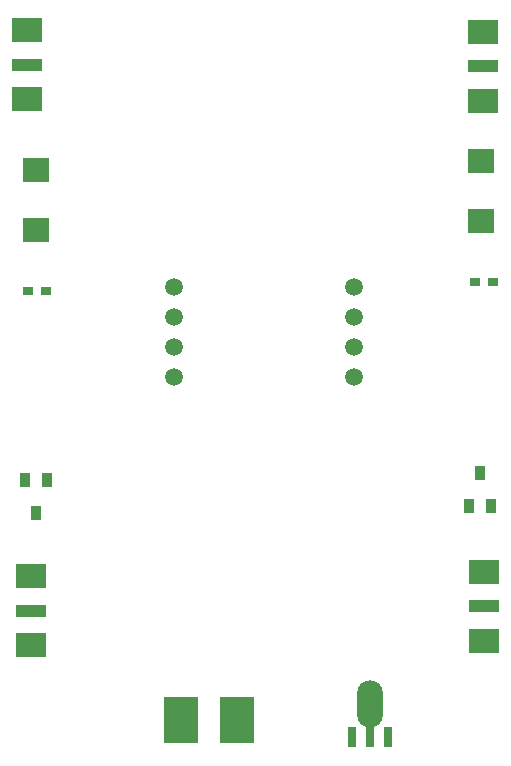
<source format=gtp>
G04*
G04 #@! TF.GenerationSoftware,Altium Limited,Altium Designer,21.4.1 (30)*
G04*
G04 Layer_Color=8421504*
%FSLAX25Y25*%
%MOIN*%
G70*
G04*
G04 #@! TF.SameCoordinates,14F4F737-F107-41AB-BACD-CDD85754C322*
G04*
G04*
G04 #@! TF.FilePolarity,Positive*
G04*
G01*
G75*
%ADD14R,0.02500X0.07000*%
%ADD15O,0.08661X0.15748*%
%ADD16R,0.11811X0.15748*%
%ADD17C,0.05906*%
%ADD18R,0.08976X0.07992*%
%ADD19R,0.03799X0.03150*%
%ADD20R,0.09843X0.03937*%
%ADD21R,0.09843X0.07874*%
%ADD22R,0.03347X0.04921*%
D14*
X368500Y183300D02*
D03*
X380500D02*
D03*
X374500D02*
D03*
D15*
Y194500D02*
D03*
D16*
X311500Y189000D02*
D03*
X330000D02*
D03*
D17*
X309000Y333500D02*
D03*
Y323500D02*
D03*
Y313500D02*
D03*
Y303500D02*
D03*
X369000Y333500D02*
D03*
Y323500D02*
D03*
Y313500D02*
D03*
Y303500D02*
D03*
D18*
X263000Y372500D02*
D03*
Y352500D02*
D03*
X411500Y355500D02*
D03*
Y375500D02*
D03*
D19*
X266500Y332000D02*
D03*
X260201D02*
D03*
X415500Y335000D02*
D03*
X409201D02*
D03*
D20*
X261500Y225500D02*
D03*
X412500Y227000D02*
D03*
X412000Y407000D02*
D03*
X260000Y407500D02*
D03*
D21*
X261500Y237000D02*
D03*
Y214000D02*
D03*
X412500Y238500D02*
D03*
Y215500D02*
D03*
X412000Y418500D02*
D03*
Y395500D02*
D03*
X260000Y396000D02*
D03*
Y419000D02*
D03*
D22*
X263000Y258008D02*
D03*
X259260Y268992D02*
D03*
X266740D02*
D03*
X411000Y271492D02*
D03*
X414740Y260508D02*
D03*
X407260D02*
D03*
M02*

</source>
